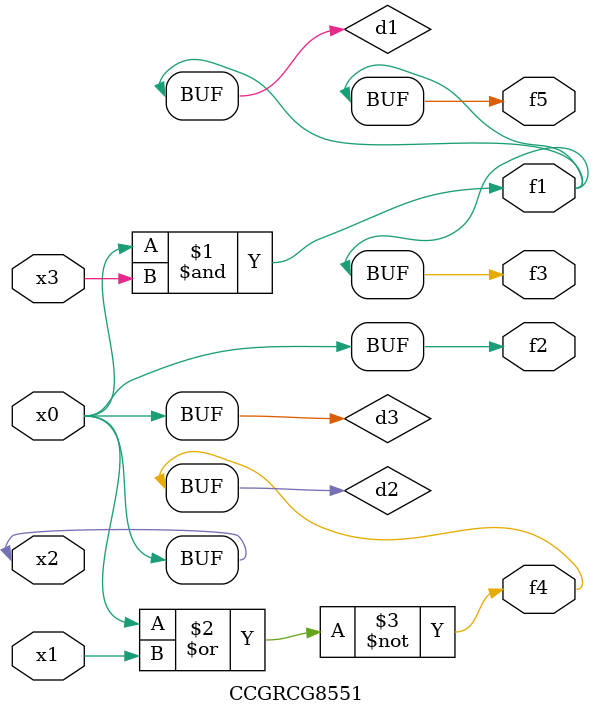
<source format=v>
module CCGRCG8551(
	input x0, x1, x2, x3,
	output f1, f2, f3, f4, f5
);

	wire d1, d2, d3;

	and (d1, x2, x3);
	nor (d2, x0, x1);
	buf (d3, x0, x2);
	assign f1 = d1;
	assign f2 = d3;
	assign f3 = d1;
	assign f4 = d2;
	assign f5 = d1;
endmodule

</source>
